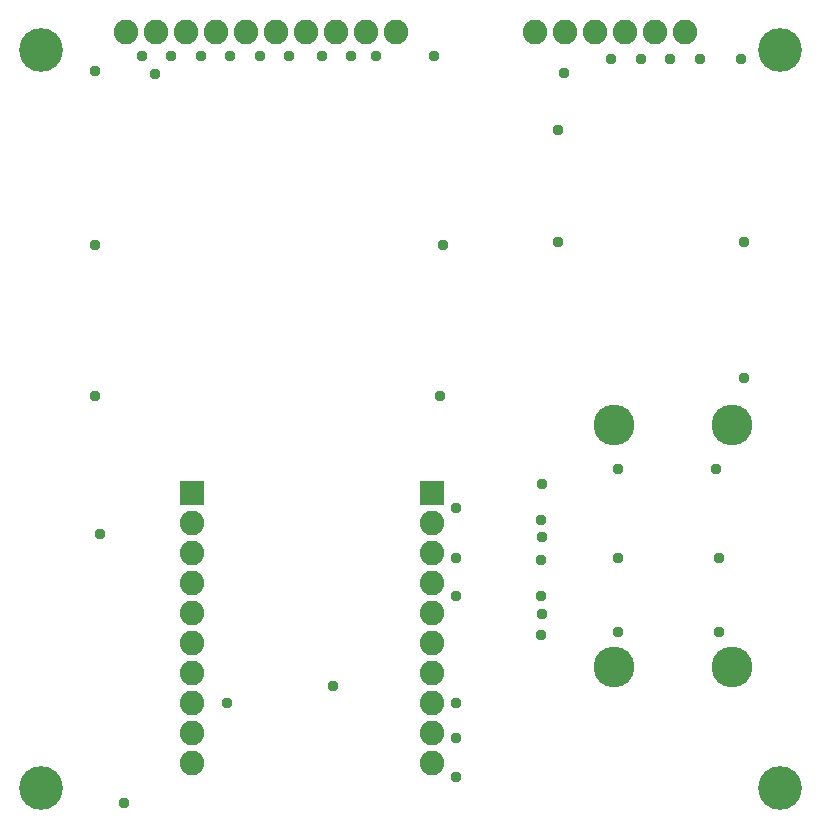
<source format=gbr>
G04 EAGLE Gerber RS-274X export*
G75*
%MOMM*%
%FSLAX34Y34*%
%LPD*%
%INSoldermask Bottom*%
%IPPOS*%
%AMOC8*
5,1,8,0,0,1.08239X$1,22.5*%
G01*
%ADD10C,3.703200*%
%ADD11C,3.453200*%
%ADD12R,2.082800X2.082800*%
%ADD13C,2.082800*%
%ADD14C,0.959600*%


D10*
X37500Y662500D03*
X662500Y662500D03*
X662500Y37500D03*
X37500Y37500D03*
D11*
X522500Y140000D03*
X622500Y140000D03*
X622500Y345000D03*
X522500Y345000D03*
D12*
X165000Y287500D03*
X368200Y287500D03*
D13*
X165000Y262100D03*
X368200Y262100D03*
X165000Y236700D03*
X368200Y236700D03*
X165000Y211300D03*
X368200Y211300D03*
X165000Y185900D03*
X368200Y185900D03*
X165000Y160500D03*
X368200Y160500D03*
X165000Y135100D03*
X368200Y135100D03*
X165000Y109700D03*
X368200Y109700D03*
X165000Y84300D03*
X368200Y84300D03*
X165000Y58900D03*
X368200Y58900D03*
X108900Y678000D03*
X134300Y678000D03*
X159700Y678000D03*
X185100Y678000D03*
X210500Y678000D03*
X235900Y678000D03*
X261300Y678000D03*
X286700Y678000D03*
X312100Y678000D03*
X337500Y678000D03*
X455500Y678000D03*
X480900Y678000D03*
X506300Y678000D03*
X531700Y678000D03*
X557100Y678000D03*
X582500Y678000D03*
D14*
X134000Y642500D03*
X480000Y643000D03*
X82500Y645000D03*
X107500Y25000D03*
X82500Y497500D03*
X82500Y370000D03*
X87500Y252500D03*
X632500Y385000D03*
X632500Y500000D03*
X630000Y655000D03*
X122500Y657500D03*
X147500Y657500D03*
X172500Y657500D03*
X197500Y657500D03*
X222500Y657500D03*
X247500Y657500D03*
X275000Y657500D03*
X300000Y657500D03*
X321000Y657500D03*
X388500Y232500D03*
X388500Y200000D03*
X388500Y110000D03*
X388500Y80000D03*
X388500Y47500D03*
X520000Y655000D03*
X545000Y655000D03*
X570000Y655000D03*
X595000Y655000D03*
X460500Y265000D03*
X460500Y200000D03*
X388500Y275000D03*
X460500Y230500D03*
X461000Y295000D03*
X526000Y307500D03*
X526000Y232500D03*
X460500Y167500D03*
X377500Y497500D03*
X375000Y370000D03*
X370000Y657500D03*
X475000Y500000D03*
X475000Y595000D03*
X526000Y170000D03*
X611000Y170000D03*
X611000Y232500D03*
X608500Y307500D03*
X195000Y110000D03*
X284500Y124500D03*
X461000Y250500D03*
X461000Y185000D03*
M02*

</source>
